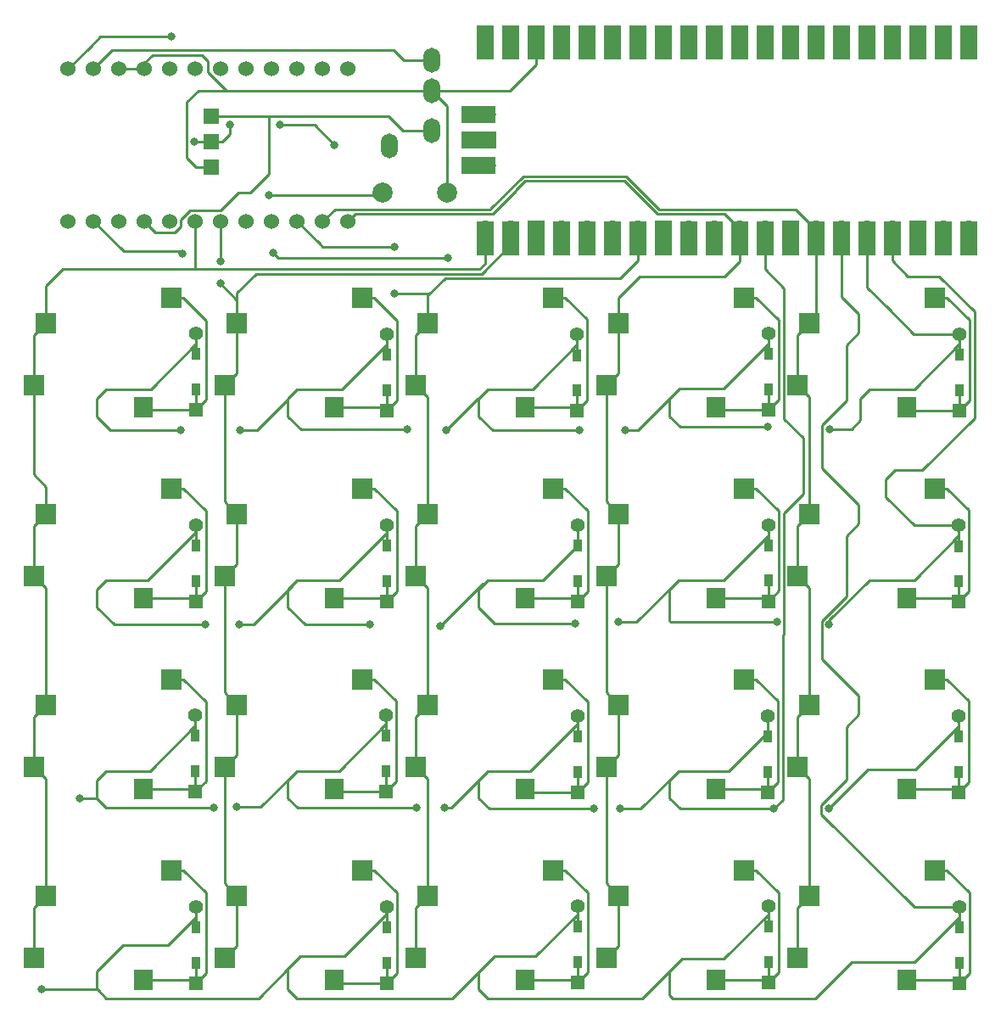
<source format=gbr>
G04 #@! TF.GenerationSoftware,KiCad,Pcbnew,(5.1.6-0-10_14)*
G04 #@! TF.CreationDate,2022-02-23T18:14:53+09:00*
G04 #@! TF.ProjectId,cool640,636f6f6c-3634-4302-9e6b-696361645f70,rev?*
G04 #@! TF.SameCoordinates,Original*
G04 #@! TF.FileFunction,Copper,L2,Bot*
G04 #@! TF.FilePolarity,Positive*
%FSLAX46Y46*%
G04 Gerber Fmt 4.6, Leading zero omitted, Abs format (unit mm)*
G04 Created by KiCad (PCBNEW (5.1.6-0-10_14)) date 2022-02-23 18:14:53*
%MOMM*%
%LPD*%
G01*
G04 APERTURE LIST*
G04 #@! TA.AperFunction,ComponentPad*
%ADD10C,1.524000*%
G04 #@! TD*
G04 #@! TA.AperFunction,ComponentPad*
%ADD11C,2.000000*%
G04 #@! TD*
G04 #@! TA.AperFunction,ComponentPad*
%ADD12O,1.700000X1.700000*%
G04 #@! TD*
G04 #@! TA.AperFunction,ComponentPad*
%ADD13R,1.700000X1.700000*%
G04 #@! TD*
G04 #@! TA.AperFunction,SMDPad,CuDef*
%ADD14R,1.700000X3.500000*%
G04 #@! TD*
G04 #@! TA.AperFunction,SMDPad,CuDef*
%ADD15R,3.500000X1.700000*%
G04 #@! TD*
G04 #@! TA.AperFunction,ComponentPad*
%ADD16O,1.700000X2.500000*%
G04 #@! TD*
G04 #@! TA.AperFunction,SMDPad,CuDef*
%ADD17R,1.524000X1.524000*%
G04 #@! TD*
G04 #@! TA.AperFunction,SMDPad,CuDef*
%ADD18R,2.000000X2.000000*%
G04 #@! TD*
G04 #@! TA.AperFunction,SMDPad,CuDef*
%ADD19R,1.900000X2.000000*%
G04 #@! TD*
G04 #@! TA.AperFunction,ComponentPad*
%ADD20C,1.397000*%
G04 #@! TD*
G04 #@! TA.AperFunction,ComponentPad*
%ADD21R,1.397000X1.397000*%
G04 #@! TD*
G04 #@! TA.AperFunction,SMDPad,CuDef*
%ADD22R,0.950000X1.300000*%
G04 #@! TD*
G04 #@! TA.AperFunction,ViaPad*
%ADD23C,0.800000*%
G04 #@! TD*
G04 #@! TA.AperFunction,Conductor*
%ADD24C,0.250000*%
G04 #@! TD*
G04 APERTURE END LIST*
D10*
X-4678000Y12651400D03*
X-2138000Y12651400D03*
X402000Y12651400D03*
X2942000Y12651400D03*
X5482000Y12651400D03*
X8022000Y12651400D03*
X10562000Y12651400D03*
X13102000Y12651400D03*
X15642000Y12651400D03*
X18182000Y12651400D03*
X20722000Y12651400D03*
X23262000Y12651400D03*
X23262000Y27871400D03*
X20722000Y27871400D03*
X18182000Y27871400D03*
X15642000Y27871400D03*
X13102000Y27871400D03*
X10562000Y27871400D03*
X8022000Y27871400D03*
X5482000Y27871400D03*
X2942000Y27871400D03*
X402000Y27871400D03*
X-2138000Y27871400D03*
X-4678000Y27871400D03*
D11*
X33180000Y15580000D03*
X26680000Y15580000D03*
D12*
X85200000Y11880000D03*
X82660000Y11880000D03*
D13*
X80120000Y11880000D03*
D12*
X77580000Y11880000D03*
X75040000Y11880000D03*
X72500000Y11880000D03*
X69960000Y11880000D03*
D13*
X67420000Y11880000D03*
D12*
X64880000Y11880000D03*
X62340000Y11880000D03*
X59800000Y11880000D03*
X57260000Y11880000D03*
D13*
X54720000Y11880000D03*
D12*
X52180000Y11880000D03*
X49640000Y11880000D03*
X47100000Y11880000D03*
X44560000Y11880000D03*
D13*
X42020000Y11880000D03*
D12*
X39480000Y11880000D03*
X36940000Y11880000D03*
X36940000Y29660000D03*
X39480000Y29660000D03*
D13*
X42020000Y29660000D03*
D12*
X44560000Y29660000D03*
X47100000Y29660000D03*
X49640000Y29660000D03*
X52180000Y29660000D03*
D13*
X54720000Y29660000D03*
D12*
X57260000Y29660000D03*
X59800000Y29660000D03*
X62340000Y29660000D03*
X64880000Y29660000D03*
D13*
X67420000Y29660000D03*
D12*
X69960000Y29660000D03*
X72500000Y29660000D03*
X75040000Y29660000D03*
X77580000Y29660000D03*
D13*
X80120000Y29660000D03*
D12*
X82660000Y29660000D03*
X85200000Y29660000D03*
D14*
X85200000Y10980000D03*
X82660000Y10980000D03*
X80120000Y10980000D03*
X77580000Y10980000D03*
X75040000Y10980000D03*
X72500000Y10980000D03*
X69960000Y10980000D03*
X67420000Y10980000D03*
X64880000Y10980000D03*
X62340000Y10980000D03*
X59800000Y10980000D03*
X57260000Y10980000D03*
X54720000Y10980000D03*
X52180000Y10980000D03*
X49640000Y10980000D03*
X47100000Y10980000D03*
X44560000Y10980000D03*
X42020000Y10980000D03*
X39480000Y10980000D03*
X36940000Y10980000D03*
X85200000Y30560000D03*
X82660000Y30560000D03*
X80120000Y30560000D03*
X77580000Y30560000D03*
X75040000Y30560000D03*
X72500000Y30560000D03*
X69960000Y30560000D03*
X67420000Y30560000D03*
X64880000Y30560000D03*
X62340000Y30560000D03*
X59800000Y30560000D03*
X57260000Y30560000D03*
X54720000Y30560000D03*
X52180000Y30560000D03*
X49640000Y30560000D03*
X47100000Y30560000D03*
X44560000Y30560000D03*
X42020000Y30560000D03*
X39480000Y30560000D03*
X36940000Y30560000D03*
D15*
X36270000Y18230000D03*
D12*
X37170000Y18230000D03*
D15*
X36270000Y20770000D03*
D13*
X37170000Y20770000D03*
D15*
X36270000Y23310000D03*
D12*
X37170000Y23310000D03*
D16*
X31590000Y28730000D03*
X31590000Y25730000D03*
X31590000Y21730000D03*
X27390000Y20230000D03*
D17*
X9620000Y23160000D03*
X9620000Y20620000D03*
X9620000Y18080000D03*
D18*
X49050000Y-22750000D03*
D19*
X59950000Y-24950000D03*
D18*
X50250000Y-16510000D03*
X62750000Y-13970000D03*
X68100000Y-22750000D03*
D19*
X79000000Y-24950000D03*
D18*
X69300000Y-16510000D03*
X81800000Y-13970000D03*
X30000000Y-22750000D03*
D19*
X40900000Y-24950000D03*
D18*
X31200000Y-16510000D03*
X43700000Y-13970000D03*
X10950000Y-22750000D03*
D19*
X21850000Y-24950000D03*
D18*
X12150000Y-16510000D03*
X24650000Y-13970000D03*
X-8100000Y-41800000D03*
D19*
X2800000Y-44000000D03*
D18*
X-6900000Y-35560000D03*
X5600000Y-33020000D03*
X10950000Y-60850000D03*
D19*
X21850000Y-63050000D03*
D18*
X12150000Y-54610000D03*
X24650000Y-52070000D03*
D20*
X84290000Y-55780000D03*
D21*
X84290000Y-63400000D03*
D22*
X84290000Y-61365000D03*
X84290000Y-57815000D03*
D18*
X30000000Y-41800000D03*
D19*
X40900000Y-44000000D03*
D18*
X31200000Y-35560000D03*
X43700000Y-33020000D03*
X10950000Y-41800000D03*
D19*
X21850000Y-44000000D03*
D18*
X12150000Y-35560000D03*
X24650000Y-33020000D03*
X68100000Y-60850000D03*
D19*
X79000000Y-63050000D03*
D18*
X69300000Y-54610000D03*
X81800000Y-52070000D03*
X49050000Y-60850000D03*
D19*
X59950000Y-63050000D03*
D18*
X50250000Y-54610000D03*
X62750000Y-52070000D03*
X-8100000Y-60850000D03*
D19*
X2800000Y-63050000D03*
D18*
X-6900000Y-54610000D03*
X5600000Y-52070000D03*
X68100000Y-41800000D03*
D19*
X79000000Y-44000000D03*
D18*
X69300000Y-35560000D03*
X81800000Y-33020000D03*
X49050000Y-41800000D03*
D19*
X59950000Y-44000000D03*
D18*
X50250000Y-35560000D03*
X62750000Y-33020000D03*
D20*
X27160000Y1410000D03*
D21*
X27160000Y-6210000D03*
D22*
X27160000Y-4175000D03*
X27160000Y-625000D03*
D20*
X8110000Y1450000D03*
D21*
X8110000Y-6170000D03*
D22*
X8110000Y-4135000D03*
X8110000Y-585000D03*
D20*
X65230000Y1480000D03*
D21*
X65230000Y-6140000D03*
D22*
X65230000Y-4105000D03*
X65230000Y-555000D03*
D20*
X46120000Y1360000D03*
D21*
X46120000Y-6260000D03*
D22*
X46120000Y-4225000D03*
X46120000Y-675000D03*
D20*
X84300000Y1420000D03*
D21*
X84300000Y-6200000D03*
D22*
X84300000Y-4165000D03*
X84300000Y-615000D03*
D20*
X84200000Y-17690000D03*
D21*
X84200000Y-25310000D03*
D22*
X84200000Y-23275000D03*
X84200000Y-19725000D03*
D20*
X65220000Y-17610000D03*
D21*
X65220000Y-25230000D03*
D22*
X65220000Y-23195000D03*
X65220000Y-19645000D03*
D20*
X46140000Y-17660000D03*
D21*
X46140000Y-25280000D03*
D22*
X46140000Y-23245000D03*
X46140000Y-19695000D03*
D20*
X27090000Y-17620000D03*
D21*
X27090000Y-25240000D03*
D22*
X27090000Y-23205000D03*
X27090000Y-19655000D03*
D20*
X8070000Y-17620000D03*
D21*
X8070000Y-25240000D03*
D22*
X8070000Y-23205000D03*
X8070000Y-19655000D03*
D18*
X68100000Y-3700000D03*
D19*
X79000000Y-5900000D03*
D18*
X69300000Y2540000D03*
X81800000Y5080000D03*
X49050000Y-3700000D03*
D19*
X59950000Y-5900000D03*
D18*
X50250000Y2540000D03*
X62750000Y5080000D03*
X30000000Y-3700000D03*
D19*
X40900000Y-5900000D03*
D18*
X31200000Y2540000D03*
X43700000Y5080000D03*
X10950000Y-3700000D03*
D19*
X21850000Y-5900000D03*
D18*
X12150000Y2540000D03*
X24650000Y5080000D03*
X-8100000Y-3700000D03*
D19*
X2800000Y-5900000D03*
D18*
X-6900000Y2540000D03*
X5600000Y5080000D03*
D20*
X65210000Y-55680000D03*
D21*
X65210000Y-63300000D03*
D22*
X65210000Y-61265000D03*
X65210000Y-57715000D03*
D20*
X46160000Y-55650000D03*
D21*
X46160000Y-63270000D03*
D22*
X46160000Y-61235000D03*
X46160000Y-57685000D03*
D20*
X27150000Y-55720000D03*
D21*
X27150000Y-63340000D03*
D22*
X27150000Y-61305000D03*
X27150000Y-57755000D03*
D20*
X8050000Y-55740000D03*
D21*
X8050000Y-63360000D03*
D22*
X8050000Y-61325000D03*
X8050000Y-57775000D03*
D20*
X84220000Y-36690000D03*
D21*
X84220000Y-44310000D03*
D22*
X84220000Y-42275000D03*
X84220000Y-38725000D03*
D20*
X65170000Y-36710000D03*
D21*
X65170000Y-44330000D03*
D22*
X65170000Y-42295000D03*
X65170000Y-38745000D03*
D20*
X46150000Y-36700000D03*
D21*
X46150000Y-44320000D03*
D22*
X46150000Y-42285000D03*
X46150000Y-38735000D03*
D20*
X27060000Y-36640000D03*
D21*
X27060000Y-44260000D03*
D22*
X27060000Y-42225000D03*
X27060000Y-38675000D03*
D20*
X8030000Y-36650000D03*
D21*
X8030000Y-44270000D03*
D22*
X8030000Y-42235000D03*
X8030000Y-38685000D03*
D18*
X-8100000Y-22750000D03*
D19*
X2800000Y-24950000D03*
D18*
X-6900000Y-16510000D03*
X5600000Y-13970000D03*
X30000000Y-60850000D03*
D19*
X40900000Y-63050000D03*
D18*
X31200000Y-54610000D03*
X43700000Y-52070000D03*
D23*
X15370000Y15270000D03*
X65110000Y-7870000D03*
X71290000Y-8040000D03*
X46390000Y-8190000D03*
X50920000Y-8140000D03*
X33050000Y-8160000D03*
X12450000Y-8160000D03*
X6590000Y-8160000D03*
X29130000Y-8120000D03*
X71280000Y-27540000D03*
X50240000Y-27340000D03*
X12370000Y-27530000D03*
X9010000Y-27570000D03*
X66050000Y-27340000D03*
X32430000Y-27720000D03*
X45930000Y-27440000D03*
X25420000Y-27560000D03*
X9830000Y-45850000D03*
X12170000Y-45800000D03*
X32900000Y-45850000D03*
X30060000Y-45850000D03*
X65750000Y-45960000D03*
X-3540000Y-44890000D03*
X47750000Y-45970000D03*
X50420000Y-45970000D03*
X71220000Y-45960000D03*
X-7360000Y-63970000D03*
X10560000Y8680000D03*
X10500000Y6450000D03*
X27860000Y10150000D03*
X27870000Y5460000D03*
X15820000Y9510000D03*
X6760000Y9465000D03*
X33190000Y9030000D03*
X21870000Y20320000D03*
X5590000Y31080000D03*
X7880000Y20630000D03*
X11460000Y22290000D03*
X16460000Y22290000D03*
D24*
X5600000Y5080000D02*
X6850000Y5080000D01*
X9133501Y2796499D02*
X9133501Y-5146499D01*
X9133501Y-5146499D02*
X8110000Y-6170000D01*
X6850000Y5080000D02*
X9133501Y2796499D01*
X8110000Y-4135000D02*
X8110000Y-6170000D01*
X3070000Y-6170000D02*
X2800000Y-5900000D01*
X8110000Y-6170000D02*
X3070000Y-6170000D01*
X27160000Y-6210000D02*
X27160000Y-4175000D01*
X21850000Y-5900000D02*
X26850000Y-5900000D01*
X28183501Y-5186499D02*
X27160000Y-6210000D01*
X24650000Y5080000D02*
X25900000Y5080000D01*
X25900000Y5080000D02*
X28183501Y2796499D01*
X28183501Y2796499D02*
X28183501Y-5186499D01*
X26850000Y-5900000D02*
X27160000Y-6210000D01*
X43700000Y5080000D02*
X44950000Y5080000D01*
X46120000Y-4225000D02*
X46120000Y-6260000D01*
X47143501Y2886499D02*
X47143501Y-5236499D01*
X47143501Y-5236499D02*
X46120000Y-6260000D01*
X44950000Y5080000D02*
X47143501Y2886499D01*
X45760000Y-5900000D02*
X46120000Y-6260000D01*
X40900000Y-5900000D02*
X45760000Y-5900000D01*
X60190000Y-6140000D02*
X59950000Y-5900000D01*
X65230000Y-6140000D02*
X60190000Y-6140000D01*
X65230000Y-6140000D02*
X65230000Y-4105000D01*
X64000000Y5080000D02*
X66253501Y2826499D01*
X66253501Y-5116499D02*
X65230000Y-6140000D01*
X66253501Y2826499D02*
X66253501Y-5116499D01*
X62750000Y5080000D02*
X64000000Y5080000D01*
X85323501Y-5176499D02*
X84300000Y-6200000D01*
X84300000Y-6200000D02*
X84300000Y-4165000D01*
X81800000Y5080000D02*
X83050000Y5080000D01*
X83050000Y5080000D02*
X85323501Y2806499D01*
X85323501Y2806499D02*
X85323501Y-5176499D01*
X79300000Y-6200000D02*
X79000000Y-5900000D01*
X84300000Y-6200000D02*
X79300000Y-6200000D01*
X9093501Y-24216499D02*
X8070000Y-25240000D01*
X7780000Y-24950000D02*
X8070000Y-25240000D01*
X9093501Y-16213501D02*
X9093501Y-24216499D01*
X8070000Y-25240000D02*
X8070000Y-23205000D01*
X5600000Y-13970000D02*
X6850000Y-13970000D01*
X6850000Y-13970000D02*
X9093501Y-16213501D01*
X2800000Y-24950000D02*
X7780000Y-24950000D01*
X27090000Y-25240000D02*
X27090000Y-23205000D01*
X26800000Y-24950000D02*
X27090000Y-25240000D01*
X21850000Y-24950000D02*
X26800000Y-24950000D01*
X25900000Y-13970000D02*
X28113501Y-16183501D01*
X24650000Y-13970000D02*
X25900000Y-13970000D01*
X28113501Y-16183501D02*
X28113501Y-24216499D01*
X28113501Y-24216499D02*
X27090000Y-25240000D01*
X44950000Y-13970000D02*
X47163501Y-16183501D01*
X46140000Y-25280000D02*
X46140000Y-23245000D01*
X47163501Y-24256499D02*
X46140000Y-25280000D01*
X43700000Y-13970000D02*
X44950000Y-13970000D01*
X47163501Y-16183501D02*
X47163501Y-24256499D01*
X40900000Y-24950000D02*
X45810000Y-24950000D01*
X45810000Y-24950000D02*
X46140000Y-25280000D01*
X65220000Y-25230000D02*
X65220000Y-23195000D01*
X66243501Y-16213501D02*
X66243501Y-24206499D01*
X66243501Y-24206499D02*
X65220000Y-25230000D01*
X64940000Y-24950000D02*
X65220000Y-25230000D01*
X62750000Y-13970000D02*
X64000000Y-13970000D01*
X64000000Y-13970000D02*
X66243501Y-16213501D01*
X59950000Y-24950000D02*
X64940000Y-24950000D01*
X83840000Y-24950000D02*
X84200000Y-25310000D01*
X79000000Y-24950000D02*
X83840000Y-24950000D01*
X81800000Y-13970000D02*
X83050000Y-13970000D01*
X85223501Y-16143501D02*
X85223501Y-24286499D01*
X85223501Y-24286499D02*
X84200000Y-25310000D01*
X83050000Y-13970000D02*
X85223501Y-16143501D01*
X84200000Y-25310000D02*
X84200000Y-23275000D01*
X6850000Y-33020000D02*
X9053501Y-35223501D01*
X9053501Y-35223501D02*
X9053501Y-43246499D01*
X9053501Y-43246499D02*
X8030000Y-44270000D01*
X5600000Y-33020000D02*
X6850000Y-33020000D01*
X7760000Y-44000000D02*
X8030000Y-44270000D01*
X2800000Y-44000000D02*
X7760000Y-44000000D01*
X8030000Y-42235000D02*
X8030000Y-44270000D01*
X28083501Y-35203501D02*
X28083501Y-43236499D01*
X24650000Y-33020000D02*
X25900000Y-33020000D01*
X28083501Y-43236499D02*
X27060000Y-44260000D01*
X25900000Y-33020000D02*
X28083501Y-35203501D01*
X22110000Y-44260000D02*
X21850000Y-44000000D01*
X27060000Y-44260000D02*
X22110000Y-44260000D01*
X27060000Y-42225000D02*
X27060000Y-44260000D01*
X46150000Y-42285000D02*
X46150000Y-44320000D01*
X41220000Y-44320000D02*
X40900000Y-44000000D01*
X46150000Y-44320000D02*
X41220000Y-44320000D01*
X47173501Y-43296499D02*
X46150000Y-44320000D01*
X43700000Y-33020000D02*
X44950000Y-33020000D01*
X47173501Y-35243501D02*
X47173501Y-43296499D01*
X44950000Y-33020000D02*
X47173501Y-35243501D01*
X65170000Y-44330000D02*
X65170000Y-42295000D01*
X59950000Y-44000000D02*
X64840000Y-44000000D01*
X64840000Y-44000000D02*
X65170000Y-44330000D01*
X66193501Y-43306499D02*
X65170000Y-44330000D01*
X64000000Y-33020000D02*
X66193501Y-35213501D01*
X62750000Y-33020000D02*
X64000000Y-33020000D01*
X66193501Y-35213501D02*
X66193501Y-43306499D01*
X85243501Y-35213501D02*
X85243501Y-43286499D01*
X83050000Y-33020000D02*
X85243501Y-35213501D01*
X81800000Y-33020000D02*
X83050000Y-33020000D01*
X85243501Y-43286499D02*
X84220000Y-44310000D01*
X79000000Y-44000000D02*
X83910000Y-44000000D01*
X83910000Y-44000000D02*
X84220000Y-44310000D01*
X84220000Y-44310000D02*
X84220000Y-42275000D01*
X2800000Y-63050000D02*
X7740000Y-63050000D01*
X7740000Y-63050000D02*
X8050000Y-63360000D01*
X8050000Y-63360000D02*
X8050000Y-61325000D01*
X6850000Y-52070000D02*
X9073501Y-54293501D01*
X5600000Y-52070000D02*
X6850000Y-52070000D01*
X9073501Y-54293501D02*
X9073501Y-62336499D01*
X9073501Y-62336499D02*
X8050000Y-63360000D01*
X24650000Y-52070000D02*
X25900000Y-52070000D01*
X27150000Y-61305000D02*
X27150000Y-63340000D01*
X28173501Y-54343501D02*
X28173501Y-62316499D01*
X25900000Y-52070000D02*
X28173501Y-54343501D01*
X28173501Y-62316499D02*
X27150000Y-63340000D01*
X27150000Y-63340000D02*
X22140000Y-63340000D01*
X22140000Y-63340000D02*
X21850000Y-63050000D01*
X43700000Y-52070000D02*
X44950000Y-52070000D01*
X47183501Y-54303501D02*
X47183501Y-62246499D01*
X44950000Y-52070000D02*
X47183501Y-54303501D01*
X47183501Y-62246499D02*
X46160000Y-63270000D01*
X40900000Y-63050000D02*
X45940000Y-63050000D01*
X45940000Y-63050000D02*
X46160000Y-63270000D01*
X46160000Y-63270000D02*
X46160000Y-61235000D01*
X65210000Y-61265000D02*
X65210000Y-63300000D01*
X66233501Y-54303501D02*
X66233501Y-62276499D01*
X64960000Y-63050000D02*
X65210000Y-63300000D01*
X66233501Y-62276499D02*
X65210000Y-63300000D01*
X64000000Y-52070000D02*
X66233501Y-54303501D01*
X62750000Y-52070000D02*
X64000000Y-52070000D01*
X59950000Y-63050000D02*
X64960000Y-63050000D01*
X84290000Y-63400000D02*
X84290000Y-61365000D01*
X85313501Y-54333501D02*
X85313501Y-62376499D01*
X83050000Y-52070000D02*
X85313501Y-54333501D01*
X81800000Y-52070000D02*
X83050000Y-52070000D01*
X85313501Y-62376499D02*
X84290000Y-63400000D01*
X79000000Y-63050000D02*
X83940000Y-63050000D01*
X83940000Y-63050000D02*
X84290000Y-63400000D01*
X402000Y12651400D02*
X381400Y12651400D01*
X15370000Y15270000D02*
X26370000Y15270000D01*
X26370000Y15270000D02*
X26680000Y15580000D01*
X65230000Y-555000D02*
X65230000Y1480000D01*
X74374999Y-7174999D02*
X73509998Y-8040000D01*
X84300000Y1420000D02*
X84300000Y-615000D01*
X60727828Y-4010000D02*
X65230000Y492172D01*
X76914999Y4203999D02*
X77124499Y3994499D01*
X75040000Y6078998D02*
X77124499Y3994499D01*
X77124499Y3994499D02*
X79698998Y1420000D01*
X75040000Y11880000D02*
X75040000Y6078998D01*
X17224999Y-5023999D02*
X17224999Y-5105001D01*
X27160000Y-625000D02*
X27160000Y1410000D01*
X55324999Y-5023999D02*
X55296001Y-5023999D01*
X73509998Y-8040000D02*
X71290000Y-8040000D01*
X23262000Y27871400D02*
X23262000Y28022000D01*
X79792829Y-4074999D02*
X75323999Y-4074999D01*
X36274999Y-6776001D02*
X36274999Y-5023999D01*
X37688998Y-8190000D02*
X36274999Y-6776001D01*
X74374999Y-5023999D02*
X74374999Y-7174999D01*
X84300000Y1420000D02*
X84300000Y432172D01*
X84300000Y432172D02*
X79792829Y-4074999D01*
X75323999Y-4074999D02*
X74374999Y-5023999D01*
X46390000Y-8190000D02*
X37688998Y-8190000D01*
X46120000Y1360000D02*
X46120000Y-675000D01*
X55324999Y-5023999D02*
X56338998Y-4010000D01*
X55324999Y-6776001D02*
X55324999Y-5023999D01*
X56418998Y-7870000D02*
X55324999Y-6776001D01*
X65110000Y-7870000D02*
X56418998Y-7870000D01*
X55296001Y-5023999D02*
X52180000Y-8140000D01*
X41672829Y-4074999D02*
X46120000Y372172D01*
X46120000Y372172D02*
X46120000Y1360000D01*
X37223999Y-4074999D02*
X41672829Y-4074999D01*
X52180000Y-8140000D02*
X50920000Y-8140000D01*
X56338998Y-4010000D02*
X60727828Y-4010000D01*
X65230000Y492172D02*
X65230000Y1480000D01*
X8110000Y1450000D02*
X8110000Y-585000D01*
X79698998Y1420000D02*
X84300000Y1420000D01*
X-1825001Y-6776001D02*
X-1825001Y-5023999D01*
X8110000Y462172D02*
X8110000Y1450000D01*
X3572829Y-4074999D02*
X8110000Y462172D01*
X-441002Y-8160000D02*
X-1825001Y-6776001D01*
X-1825001Y-5023999D02*
X-876001Y-4074999D01*
X-876001Y-4074999D02*
X3572829Y-4074999D01*
X6590000Y-8160000D02*
X-441002Y-8160000D01*
X27160000Y422172D02*
X27160000Y1410000D01*
X22662829Y-4074999D02*
X27160000Y422172D01*
X14170000Y-8160000D02*
X12450000Y-8160000D01*
X17224999Y-5105001D02*
X14170000Y-8160000D01*
X36186001Y-5023999D02*
X33050000Y-8160000D01*
X18173999Y-4074999D02*
X22662829Y-4074999D01*
X84300000Y1790000D02*
X84300000Y1420000D01*
X18568998Y-8120000D02*
X17224999Y-6776001D01*
X36584499Y-4714499D02*
X37223999Y-4074999D01*
X17224999Y-6776001D02*
X17224999Y-5023999D01*
X17224999Y-5023999D02*
X18173999Y-4074999D01*
X29130000Y-8120000D02*
X18568998Y-8120000D01*
X36274999Y-5023999D02*
X36186001Y-5023999D01*
X36274999Y-5023999D02*
X36584499Y-4714499D01*
X77580000Y8760000D02*
X79140000Y7200000D01*
X27090000Y-19655000D02*
X27090000Y-17620000D01*
X71280000Y-27168998D02*
X71280000Y-27540000D01*
X8070000Y-17620000D02*
X8070000Y-19655000D01*
X84200000Y-19725000D02*
X84200000Y-17690000D01*
X27090000Y-18397002D02*
X27090000Y-17620000D01*
X55324999Y-24073999D02*
X56084499Y-23314499D01*
X66050000Y-27340000D02*
X55470000Y-27340000D01*
X45930000Y-27440000D02*
X37888998Y-27440000D01*
X8070000Y-18309998D02*
X8070000Y-17620000D01*
X37888998Y-27440000D02*
X36274999Y-25826001D01*
X84200000Y-17690000D02*
X84200000Y-18677828D01*
X75323999Y-23124999D02*
X71280000Y-27168998D01*
X84200000Y-18677828D02*
X79752829Y-23124999D01*
X-1825001Y-24073999D02*
X-876001Y-23124999D01*
X17224999Y-25826001D02*
X17224999Y-24073999D01*
X37223999Y-23124999D02*
X42724999Y-23124999D01*
X-876001Y-23124999D02*
X3254999Y-23124999D01*
X79752829Y-23124999D02*
X75323999Y-23124999D01*
X-1825001Y-25826001D02*
X-1825001Y-24073999D01*
X22362003Y-23124999D02*
X27090000Y-18397002D01*
X36274999Y-25826001D02*
X36274999Y-24073999D01*
X-81002Y-27570000D02*
X-1825001Y-25826001D01*
X3254999Y-23124999D02*
X8070000Y-18309998D01*
X25420000Y-27560000D02*
X18958998Y-27560000D01*
X56084499Y-23314499D02*
X56084499Y-23315501D01*
X56084499Y-23314499D02*
X56273999Y-23124999D01*
X18173999Y-23124999D02*
X22362003Y-23124999D01*
X9010000Y-27570000D02*
X-81002Y-27570000D01*
X18958998Y-27560000D02*
X17224999Y-25826001D01*
X65220000Y-19645000D02*
X65220000Y-17610000D01*
X46140000Y-17660000D02*
X46140000Y-19695000D01*
X77580000Y11880000D02*
X76914999Y11214999D01*
X56084499Y-23315501D02*
X52060000Y-27340000D01*
X52060000Y-27340000D02*
X50240000Y-27340000D01*
X17714499Y-23584499D02*
X18173999Y-23124999D01*
X13820000Y-27530000D02*
X12370000Y-27530000D01*
X17714499Y-23635501D02*
X13820000Y-27530000D01*
X17714499Y-23584499D02*
X17714499Y-23635501D01*
X17224999Y-24073999D02*
X17714499Y-23584499D01*
X56273999Y-23124999D02*
X60724999Y-23124999D01*
X55324999Y-27194999D02*
X55324999Y-24073999D01*
X55470000Y-27340000D02*
X55324999Y-27194999D01*
X80585001Y-12144999D02*
X77863999Y-12144999D01*
X76914999Y-14846001D02*
X79758998Y-17690000D01*
X79758998Y-17690000D02*
X84200000Y-17690000D01*
X76914999Y-13093999D02*
X76914999Y-14846001D01*
X77863999Y-12144999D02*
X76914999Y-13093999D01*
X85773511Y-6956489D02*
X80585001Y-12144999D01*
X77580000Y11880000D02*
X77580000Y8760000D01*
X82265002Y7200000D02*
X85773511Y3691491D01*
X79140000Y7200000D02*
X82265002Y7200000D01*
X36274999Y-24073999D02*
X36899499Y-23449499D01*
X36899499Y-23449499D02*
X37223999Y-23124999D01*
X42724999Y-23124999D02*
X46140000Y-19709998D01*
X36700501Y-23449499D02*
X32430000Y-27720000D01*
X60724999Y-23124999D02*
X65220000Y-18629998D01*
X65220000Y-18629998D02*
X65220000Y-17610000D01*
X46140000Y-19709998D02*
X46140000Y-17660000D01*
X36899499Y-23449499D02*
X36700501Y-23449499D01*
X85773511Y3691491D02*
X85773511Y-6956489D01*
X33548998Y-45850000D02*
X32900000Y-45850000D01*
X-876001Y-42174999D02*
X-1825001Y-43123999D01*
X-1811002Y-44890000D02*
X-1730501Y-44970501D01*
X-3540000Y-44890000D02*
X-1811002Y-44890000D01*
X-1730501Y-44970501D02*
X-876001Y-45825001D01*
X-1825001Y-44876001D02*
X-1730501Y-44970501D01*
X41412003Y-42174999D02*
X37223999Y-42174999D01*
X8030000Y-36650000D02*
X8030000Y-38685000D01*
X27060000Y-37477002D02*
X27060000Y-36640000D01*
X18173999Y-42174999D02*
X22362003Y-42174999D01*
X8504999Y-45825001D02*
X8529998Y-45850000D01*
X8529998Y-45850000D02*
X9830000Y-45850000D01*
X12170000Y-45800000D02*
X14548998Y-45800000D01*
X22362003Y-42174999D02*
X27060000Y-37477002D01*
X-876001Y-45825001D02*
X8504999Y-45825001D01*
X8030000Y-36650000D02*
X8030000Y-37637828D01*
X61264999Y-42174999D02*
X65170000Y-38269998D01*
X8030000Y-37637828D02*
X3492829Y-42174999D01*
X-1825001Y-43123999D02*
X-1825001Y-44876001D01*
X65170000Y-38269998D02*
X65170000Y-36710000D01*
X66643511Y-28626489D02*
X66775001Y-28494999D01*
X68672364Y-14552634D02*
X68672364Y-8929931D01*
X66775001Y-26991999D02*
X66774999Y-26991997D01*
X68672364Y-8929931D02*
X66774999Y-7032566D01*
X65750000Y-45960000D02*
X66643511Y-45066489D01*
X66774999Y-7032566D02*
X66774999Y5985001D01*
X66775001Y-28494999D02*
X66775001Y-26991999D01*
X66774999Y-16449999D02*
X68672364Y-14552634D01*
X66774999Y5985001D02*
X64880000Y7880000D01*
X64880000Y7880000D02*
X64880000Y11880000D01*
X66774999Y-26991997D02*
X66774999Y-16449999D01*
X66643511Y-45066489D02*
X66643511Y-28626489D01*
X3492829Y-42174999D02*
X-876001Y-42174999D01*
X65170000Y-38745000D02*
X65170000Y-36710000D01*
X27060000Y-36640000D02*
X27060000Y-38675000D01*
X46150000Y-36700000D02*
X46150000Y-37437002D01*
X46150000Y-37437002D02*
X41412003Y-42174999D01*
X46150000Y-36700000D02*
X46150000Y-38735000D01*
X84220000Y-38725000D02*
X84220000Y-36690000D01*
X14548998Y-45800000D02*
X17574499Y-42774499D01*
X17574499Y-42774499D02*
X17224999Y-43123999D01*
X17574499Y-42774499D02*
X18173999Y-42174999D01*
X17224999Y-44876001D02*
X18198998Y-45850000D01*
X50420000Y-45970000D02*
X52478998Y-45970000D01*
X56273999Y-42174999D02*
X61264999Y-42174999D01*
X18198998Y-45850000D02*
X30060000Y-45850000D01*
X17224999Y-43123999D02*
X17224999Y-44876001D01*
X55324999Y-43123999D02*
X55324999Y-44876001D01*
X55324999Y-44876001D02*
X56408998Y-45960000D01*
X55994499Y-42454499D02*
X55324999Y-43123999D01*
X52478998Y-45970000D02*
X55994499Y-42454499D01*
X55994499Y-42454499D02*
X56273999Y-42174999D01*
X37223999Y-42174999D02*
X36514499Y-42884499D01*
X36274999Y-44876001D02*
X37368998Y-45970000D01*
X36274999Y-43123999D02*
X36274999Y-44876001D01*
X71220000Y-45960000D02*
X75150000Y-42030000D01*
X79867828Y-42030000D02*
X84220000Y-37677828D01*
X84220000Y-37677828D02*
X84220000Y-36690000D01*
X75150000Y-42030000D02*
X79867828Y-42030000D01*
X36514499Y-42884499D02*
X36274999Y-43123999D01*
X56408998Y-45960000D02*
X65750000Y-45960000D01*
X36514499Y-42884499D02*
X33548998Y-45850000D01*
X37368998Y-45970000D02*
X47750000Y-45970000D01*
X17325000Y-61875000D02*
X14324999Y-64875001D01*
X46160000Y-55650000D02*
X46160000Y-57685000D01*
X-1825001Y-63926001D02*
X-1825001Y-62173999D01*
X8050000Y-55740000D02*
X8050000Y-57775000D01*
X14324999Y-64875001D02*
X-876001Y-64875001D01*
X18173999Y-64875001D02*
X17224999Y-63926001D01*
X36405000Y-62095000D02*
X33624999Y-64875001D01*
X36274999Y-62225001D02*
X36405000Y-62095000D01*
X17224999Y-63926001D02*
X17224999Y-61975001D01*
X33624999Y-64875001D02*
X18173999Y-64875001D01*
X36405000Y-62095000D02*
X37840000Y-60660000D01*
X84290000Y-57815000D02*
X84290000Y-55780000D01*
X17325000Y-61875000D02*
X18510000Y-60690000D01*
X17224999Y-61975001D02*
X17325000Y-61875000D01*
X65210000Y-55680000D02*
X65210000Y-57715000D01*
X8050000Y-56727828D02*
X8050000Y-55740000D01*
X55459499Y-62039499D02*
X52623997Y-64875001D01*
X37840000Y-60660000D02*
X41977002Y-60660000D01*
X55459499Y-62039499D02*
X56588998Y-60910000D01*
X41977002Y-60660000D02*
X46160000Y-56477002D01*
X36274999Y-63926001D02*
X36274999Y-62225001D01*
X22897002Y-60690000D02*
X27150000Y-56437002D01*
X27150000Y-56437002D02*
X27150000Y-55720000D01*
X55324999Y-62173999D02*
X55459499Y-62039499D01*
X60777002Y-60910000D02*
X65210000Y-56477002D01*
X56588998Y-60910000D02*
X60777002Y-60910000D01*
X46160000Y-56477002D02*
X46160000Y-55650000D01*
X823997Y-59525001D02*
X5252827Y-59525001D01*
X18510000Y-60690000D02*
X22897002Y-60690000D01*
X5252827Y-59525001D02*
X8050000Y-56727828D01*
X65210000Y-56477002D02*
X65210000Y-55680000D01*
X-1825001Y-62173999D02*
X823997Y-59525001D01*
X37223999Y-64875001D02*
X36274999Y-63926001D01*
X52623997Y-64875001D02*
X37223999Y-64875001D01*
X70564999Y-7691999D02*
X70564999Y-11983997D01*
X73025001Y-24721997D02*
X70554999Y-27191999D01*
X73025001Y-18709997D02*
X73025001Y-24721997D01*
X74215001Y-15633999D02*
X74215001Y-17519997D01*
X70494999Y-45611999D02*
X70494999Y-46526001D01*
X73025001Y-37759997D02*
X73025001Y-43081997D01*
X72500000Y11880000D02*
X72500000Y5131002D01*
X73025001Y-5231997D02*
X70564999Y-7691999D01*
X79748998Y-55780000D02*
X84290000Y-55780000D01*
X70554999Y-31023997D02*
X74215001Y-34683999D01*
X70494999Y-46526001D02*
X79748998Y-55780000D01*
X74215001Y3416001D02*
X74215001Y1530003D01*
X74215001Y-34683999D02*
X74215001Y-36569997D01*
X74215001Y-17519997D02*
X73025001Y-18709997D01*
X72500000Y5131002D02*
X74215001Y3416001D01*
X70554999Y-27191999D02*
X70554999Y-31023997D01*
X74215001Y-36569997D02*
X73025001Y-37759997D01*
X74215001Y1530003D02*
X73025001Y340003D01*
X73025001Y340003D02*
X73025001Y-5231997D01*
X70564999Y-11983997D02*
X74215001Y-15633999D01*
X73025001Y-43081997D02*
X70494999Y-45611999D01*
X27150000Y-55720000D02*
X27150000Y-57755000D01*
X-1685501Y-64065501D02*
X-1825001Y-63926001D01*
X-1781002Y-63970000D02*
X-1685501Y-64065501D01*
X-7360000Y-63970000D02*
X-1781002Y-63970000D01*
X-876001Y-64875001D02*
X-1685501Y-64065501D01*
X55324999Y-64524999D02*
X55324999Y-62173999D01*
X84290000Y-56767828D02*
X79832829Y-61224999D01*
X79832829Y-61224999D02*
X73526003Y-61224999D01*
X55675001Y-64875001D02*
X55324999Y-64524999D01*
X84290000Y-55780000D02*
X84290000Y-56767828D01*
X69876001Y-64875001D02*
X55675001Y-64875001D01*
X73526003Y-61224999D02*
X69876001Y-64875001D01*
X-8100000Y-60850000D02*
X-8100000Y-55810000D01*
X-8100000Y-41800000D02*
X-8100000Y-36760000D01*
X-6900000Y-54610000D02*
X-6900000Y-43000000D01*
X-8100000Y-55810000D02*
X-6900000Y-54610000D01*
X-6900000Y-43000000D02*
X-8100000Y-41800000D01*
X-8100000Y-36760000D02*
X-6900000Y-35560000D01*
X8022000Y12651400D02*
X8022000Y7978000D01*
X8022000Y7978000D02*
X8119990Y7880010D01*
X17520010Y7880010D02*
X8119990Y7880010D01*
X8119990Y7880010D02*
X-5219990Y7880010D01*
X-6900000Y6200000D02*
X-6900000Y2540000D01*
X-5219990Y7880010D02*
X-6900000Y6200000D01*
X36398612Y7890020D02*
X17530020Y7890020D01*
X36940000Y11880000D02*
X36940000Y8431408D01*
X36940000Y8431408D02*
X36398612Y7890020D01*
X17530020Y7890020D02*
X17520010Y7880010D01*
X-8100000Y-3700000D02*
X-8100000Y1340000D01*
X-8100000Y1340000D02*
X-6900000Y2540000D01*
X-8100000Y-12610000D02*
X-6900000Y-13810000D01*
X-6900000Y-16510000D02*
X-6900000Y-13810000D01*
X-6900000Y-23950000D02*
X-8100000Y-22750000D01*
X-8100000Y-22750000D02*
X-8100000Y-17710000D01*
X-6900000Y-35560000D02*
X-6900000Y-23950000D01*
X-8100000Y-17710000D02*
X-6900000Y-16510000D01*
X-8100000Y-3700000D02*
X-8100000Y-12610000D01*
X12150000Y-40600000D02*
X10950000Y-41800000D01*
X12150000Y-59650000D02*
X10950000Y-60850000D01*
X12150000Y-35560000D02*
X12150000Y-40600000D01*
X12150000Y-54610000D02*
X12150000Y-59650000D01*
X10950000Y-22750000D02*
X10950000Y-34360000D01*
X10950000Y-34360000D02*
X12150000Y-35560000D01*
X10562000Y8682000D02*
X10560000Y8680000D01*
X10562000Y9688000D02*
X10562000Y9392000D01*
X10562000Y9688000D02*
X10562000Y8682000D01*
X10562000Y12651400D02*
X10562000Y9688000D01*
X10950000Y-41800000D02*
X10950000Y-53410000D01*
X10950000Y-53410000D02*
X12150000Y-54610000D01*
X10950000Y-3700000D02*
X10950000Y-15310000D01*
X10950000Y-15310000D02*
X12150000Y-16510000D01*
X12150000Y2540000D02*
X12150000Y-2500000D01*
X12150000Y-2500000D02*
X10950000Y-3700000D01*
X12150000Y-21550000D02*
X10950000Y-22750000D01*
X12150000Y-16510000D02*
X12150000Y-21550000D01*
X12150000Y5530000D02*
X12150000Y3980000D01*
X10562000Y9392000D02*
X10530000Y9360000D01*
X12150000Y4800000D02*
X12150000Y3980000D01*
X12150000Y3980000D02*
X12150000Y2540000D01*
X10500000Y6450000D02*
X12150000Y4800000D01*
X18560010Y7440010D02*
X18550000Y7430000D01*
X36585012Y7440010D02*
X18560010Y7440010D01*
X39480000Y10334998D02*
X36585012Y7440010D01*
X39480000Y11880000D02*
X39480000Y10334998D01*
X18550000Y7430000D02*
X14050000Y7430000D01*
X14050000Y7430000D02*
X12150000Y5530000D01*
X31200000Y-54610000D02*
X31200000Y-43000000D01*
X30000000Y-22750000D02*
X30000000Y-17710000D01*
X30000000Y-17710000D02*
X31200000Y-16510000D01*
X31200000Y-43000000D02*
X30000000Y-41800000D01*
X27860000Y10150000D02*
X20683400Y10150000D01*
X20683400Y10150000D02*
X20406700Y10426700D01*
X30000000Y-55810000D02*
X31200000Y-54610000D01*
X30000000Y-60850000D02*
X30000000Y-55810000D01*
X32950000Y6990000D02*
X31315000Y5355000D01*
X31210000Y5460000D02*
X31315000Y5355000D01*
X27870000Y5460000D02*
X31210000Y5460000D01*
X31315000Y5355000D02*
X31200000Y5240000D01*
X18182000Y12651400D02*
X20406700Y10426700D01*
X31200000Y-23950000D02*
X30000000Y-22750000D01*
X30000000Y-41800000D02*
X30000000Y-36760000D01*
X30000000Y-36760000D02*
X31200000Y-35560000D01*
X31200000Y-35560000D02*
X31200000Y-23950000D01*
X30000000Y1340000D02*
X31200000Y2540000D01*
X30000000Y-3700000D02*
X30000000Y1340000D01*
X52180000Y8740000D02*
X50430000Y6990000D01*
X31200000Y-16510000D02*
X31200000Y-4900000D01*
X31200000Y-4900000D02*
X30000000Y-3700000D01*
X31200000Y5240000D02*
X31200000Y2540000D01*
X50430000Y6990000D02*
X32950000Y6990000D01*
X52180000Y11880000D02*
X52180000Y8740000D01*
X50250000Y-54610000D02*
X50250000Y-59650000D01*
X49050000Y-3700000D02*
X49050000Y-15310000D01*
X49050000Y-34360000D02*
X50250000Y-35560000D01*
X50250000Y-21550000D02*
X49050000Y-22750000D01*
X49050000Y-15310000D02*
X50250000Y-16510000D01*
X50250000Y-59650000D02*
X49050000Y-60850000D01*
X49050000Y-22750000D02*
X49050000Y-34360000D01*
X50250000Y-16510000D02*
X50250000Y-21550000D01*
X60806601Y13413399D02*
X62340000Y11880000D01*
X50250000Y-35560000D02*
X50250000Y-40600000D01*
X50250000Y-40600000D02*
X49050000Y-41800000D01*
X50250000Y-2500000D02*
X49050000Y-3700000D01*
X50250000Y2540000D02*
X50250000Y-2500000D01*
X24023999Y13413399D02*
X37672992Y13413398D01*
X40009594Y15793184D02*
X40936400Y16719990D01*
X40936400Y16719990D02*
X50853600Y16719990D01*
X37672992Y13413398D02*
X40009594Y15750000D01*
X23262000Y12651400D02*
X24023999Y13413399D01*
X50853600Y16719990D02*
X54160191Y13413399D01*
X40009594Y15750000D02*
X40009594Y15793184D01*
X52370000Y7150000D02*
X50250000Y5030000D01*
X50250000Y5030000D02*
X50250000Y2540000D01*
X54160191Y13413399D02*
X60806601Y13413399D01*
X60820000Y7150000D02*
X52370000Y7150000D01*
X62340000Y11880000D02*
X62340000Y8670000D01*
X62340000Y8670000D02*
X60820000Y7150000D01*
X49050000Y-41800000D02*
X49050000Y-53410000D01*
X49050000Y-53410000D02*
X50250000Y-54610000D01*
X3770000Y29290000D02*
X2942000Y28462000D01*
X2942000Y28462000D02*
X2942000Y27871400D01*
X31590000Y25730000D02*
X39400000Y25730000D01*
X42020000Y28350000D02*
X42020000Y29660000D01*
X39400000Y25730000D02*
X42020000Y28350000D01*
X7154999Y18995001D02*
X7154999Y24584999D01*
X9620000Y18080000D02*
X8070000Y18080000D01*
X8070000Y18080000D02*
X7154999Y18995001D01*
X853400Y9660000D02*
X6565000Y9660000D01*
X6565000Y9660000D02*
X6760000Y9465000D01*
X33180000Y15580000D02*
X33180000Y24140000D01*
X33180000Y24140000D02*
X31590000Y25730000D01*
X8300000Y25730000D02*
X12840000Y25730000D01*
X31590000Y25730000D02*
X12840000Y25730000D01*
X12840000Y25730000D02*
X12460000Y25730000D01*
X7154999Y24584999D02*
X8300000Y25730000D01*
X16300000Y9030000D02*
X33190000Y9030000D01*
X-2138000Y12651400D02*
X853400Y9660000D01*
X15820000Y9510000D02*
X16300000Y9030000D01*
X11270000Y25730000D02*
X12460000Y25730000D01*
X11094638Y25730000D02*
X11270000Y25730000D01*
X7690000Y29290000D02*
X3770000Y29290000D01*
X8630000Y29290000D02*
X7690000Y29290000D01*
X9285000Y28635000D02*
X9285000Y28415000D01*
X8320000Y29290000D02*
X7690000Y29290000D01*
X9285000Y27539638D02*
X11094638Y25730000D01*
X12460000Y25730000D02*
X11900000Y25730000D01*
X9285000Y28415000D02*
X9285000Y27539638D01*
X9285000Y28635000D02*
X8630000Y29290000D01*
X2942000Y27871400D02*
X402000Y27871400D01*
X-269390Y29740010D02*
X27819990Y29740010D01*
X28830000Y28730000D02*
X31590000Y28730000D01*
X27819990Y29740010D02*
X28830000Y28730000D01*
X-2138000Y27871400D02*
X-269390Y29740010D01*
X15360000Y23160000D02*
X15360000Y17390000D01*
X12330000Y23160000D02*
X15360000Y23160000D01*
X15360000Y23160000D02*
X27340000Y23160000D01*
X13470000Y15500000D02*
X12330000Y15500000D01*
X15360000Y17390000D02*
X13470000Y15500000D01*
X28770000Y21730000D02*
X31590000Y21730000D01*
X27340000Y23160000D02*
X28770000Y21730000D01*
X6003761Y11564399D02*
X6569001Y12129639D01*
X10568401Y13738401D02*
X12330000Y15500000D01*
X7500239Y13738401D02*
X10568401Y13738401D01*
X6569001Y12807163D02*
X7500239Y13738401D01*
X2942000Y12651400D02*
X4029001Y11564399D01*
X6569001Y12129639D02*
X6569001Y12807163D01*
X9620000Y23160000D02*
X12330000Y23160000D01*
X4029001Y11564399D02*
X6003761Y11564399D01*
X19900000Y22290000D02*
X16460000Y22290000D01*
X21870000Y20320000D02*
X19900000Y22290000D01*
X9940000Y20300000D02*
X9620000Y20620000D01*
X9410000Y20700000D02*
X9420000Y20710000D01*
X-1460000Y31080000D02*
X5590000Y31080000D01*
X-2494700Y30054700D02*
X-2485300Y30054700D01*
X-4678000Y27871400D02*
X-2494700Y30054700D01*
X-2494700Y30054700D02*
X-2269400Y30280000D01*
X-2485300Y30054700D02*
X-1460000Y31080000D01*
X7890000Y20620000D02*
X7880000Y20630000D01*
X9620000Y20620000D02*
X7890000Y20620000D01*
X10730000Y20620000D02*
X9620000Y20620000D01*
X11460000Y21350000D02*
X10730000Y20620000D01*
X9540000Y20700000D02*
X9620000Y20620000D01*
X16460000Y22290000D02*
X16460000Y22290000D01*
X11460000Y22290000D02*
X11460000Y21350000D01*
X68100000Y-41800000D02*
X68100000Y-36760000D01*
X68100000Y-36760000D02*
X69300000Y-35560000D01*
X68100000Y-17710000D02*
X69300000Y-16510000D01*
X68100000Y-22750000D02*
X68100000Y-17710000D01*
X20722000Y12651400D02*
X21934008Y13863408D01*
X67910893Y13863408D02*
X69894301Y11880000D01*
X69894301Y11880000D02*
X69960000Y11880000D01*
X68100000Y-55810000D02*
X69300000Y-54610000D01*
X68100000Y-60850000D02*
X68100000Y-55810000D01*
X37486592Y13906592D02*
X40750000Y17170000D01*
X69300000Y-4900000D02*
X68100000Y-3700000D01*
X69300000Y-43000000D02*
X68100000Y-41800000D01*
X68100000Y1340000D02*
X69300000Y2540000D01*
X69300000Y-54610000D02*
X69300000Y-43000000D01*
X69300000Y-35560000D02*
X69300000Y-23950000D01*
X68100000Y-3700000D02*
X68100000Y1340000D01*
X69300000Y-23950000D02*
X68100000Y-22750000D01*
X69300000Y-16510000D02*
X69300000Y-4900000D01*
X69960000Y3200000D02*
X69300000Y2540000D01*
X69960000Y11880000D02*
X69960000Y3200000D01*
X21934008Y13863408D02*
X37486592Y13863408D01*
X51040000Y17170000D02*
X54346592Y13863408D01*
X37486592Y13863408D02*
X37486592Y13906592D01*
X54346592Y13863408D02*
X67910893Y13863408D01*
X40750000Y17170000D02*
X51040000Y17170000D01*
M02*

</source>
